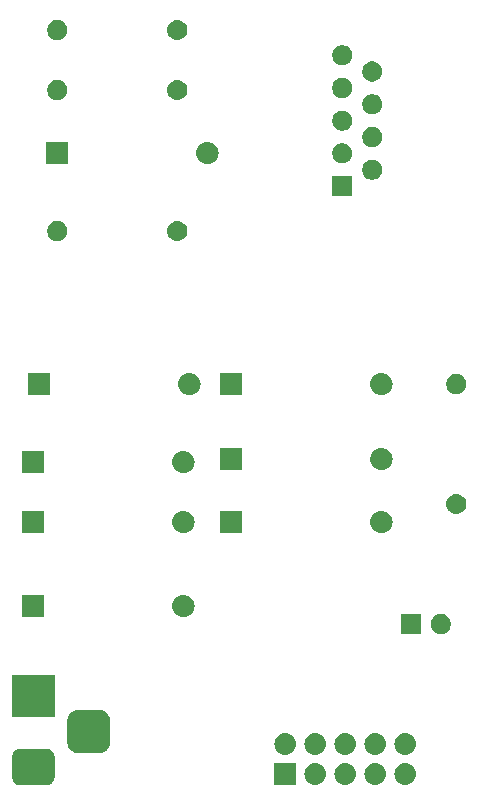
<source format=gbr>
G04 #@! TF.GenerationSoftware,KiCad,Pcbnew,5.1.2-1.fc30*
G04 #@! TF.CreationDate,2019-07-21T03:59:41+02:00*
G04 #@! TF.ProjectId,dasa,64617361-2e6b-4696-9361-645f70636258,rev?*
G04 #@! TF.SameCoordinates,Original*
G04 #@! TF.FileFunction,Soldermask,Top*
G04 #@! TF.FilePolarity,Negative*
%FSLAX46Y46*%
G04 Gerber Fmt 4.6, Leading zero omitted, Abs format (unit mm)*
G04 Created by KiCad (PCBNEW 5.1.2-1.fc30) date 2019-07-21 03:59:41*
%MOMM*%
%LPD*%
G04 APERTURE LIST*
%ADD10C,0.100000*%
G04 APERTURE END LIST*
D10*
G36*
X117050979Y-108349293D02*
G01*
X117184625Y-108389834D01*
X117307784Y-108455664D01*
X117415740Y-108544260D01*
X117504336Y-108652216D01*
X117570166Y-108775375D01*
X117610707Y-108909021D01*
X117625000Y-109054140D01*
X117625000Y-110717860D01*
X117610707Y-110862979D01*
X117570166Y-110996625D01*
X117504336Y-111119784D01*
X117415740Y-111227740D01*
X117307784Y-111316336D01*
X117184625Y-111382166D01*
X117050979Y-111422707D01*
X116905860Y-111437000D01*
X114742140Y-111437000D01*
X114597021Y-111422707D01*
X114463375Y-111382166D01*
X114340216Y-111316336D01*
X114232260Y-111227740D01*
X114143664Y-111119784D01*
X114077834Y-110996625D01*
X114037293Y-110862979D01*
X114023000Y-110717860D01*
X114023000Y-109054140D01*
X114037293Y-108909021D01*
X114077834Y-108775375D01*
X114143664Y-108652216D01*
X114232260Y-108544260D01*
X114340216Y-108455664D01*
X114463375Y-108389834D01*
X114597021Y-108349293D01*
X114742140Y-108335000D01*
X116905860Y-108335000D01*
X117050979Y-108349293D01*
X117050979Y-108349293D01*
G37*
G36*
X147499294Y-109588633D02*
G01*
X147671695Y-109640931D01*
X147830583Y-109725858D01*
X147969849Y-109840151D01*
X148084142Y-109979417D01*
X148169069Y-110138305D01*
X148221367Y-110310706D01*
X148239025Y-110490000D01*
X148221367Y-110669294D01*
X148169069Y-110841695D01*
X148084142Y-111000583D01*
X147969849Y-111139849D01*
X147830583Y-111254142D01*
X147671695Y-111339069D01*
X147499294Y-111391367D01*
X147364931Y-111404600D01*
X147275069Y-111404600D01*
X147140706Y-111391367D01*
X146968305Y-111339069D01*
X146809417Y-111254142D01*
X146670151Y-111139849D01*
X146555858Y-111000583D01*
X146470931Y-110841695D01*
X146418633Y-110669294D01*
X146400975Y-110490000D01*
X146418633Y-110310706D01*
X146470931Y-110138305D01*
X146555858Y-109979417D01*
X146670151Y-109840151D01*
X146809417Y-109725858D01*
X146968305Y-109640931D01*
X147140706Y-109588633D01*
X147275069Y-109575400D01*
X147364931Y-109575400D01*
X147499294Y-109588633D01*
X147499294Y-109588633D01*
G37*
G36*
X138074600Y-111404600D02*
G01*
X136245400Y-111404600D01*
X136245400Y-109575400D01*
X138074600Y-109575400D01*
X138074600Y-111404600D01*
X138074600Y-111404600D01*
G37*
G36*
X139879294Y-109588633D02*
G01*
X140051695Y-109640931D01*
X140210583Y-109725858D01*
X140349849Y-109840151D01*
X140464142Y-109979417D01*
X140549069Y-110138305D01*
X140601367Y-110310706D01*
X140619025Y-110490000D01*
X140601367Y-110669294D01*
X140549069Y-110841695D01*
X140464142Y-111000583D01*
X140349849Y-111139849D01*
X140210583Y-111254142D01*
X140051695Y-111339069D01*
X139879294Y-111391367D01*
X139744931Y-111404600D01*
X139655069Y-111404600D01*
X139520706Y-111391367D01*
X139348305Y-111339069D01*
X139189417Y-111254142D01*
X139050151Y-111139849D01*
X138935858Y-111000583D01*
X138850931Y-110841695D01*
X138798633Y-110669294D01*
X138780975Y-110490000D01*
X138798633Y-110310706D01*
X138850931Y-110138305D01*
X138935858Y-109979417D01*
X139050151Y-109840151D01*
X139189417Y-109725858D01*
X139348305Y-109640931D01*
X139520706Y-109588633D01*
X139655069Y-109575400D01*
X139744931Y-109575400D01*
X139879294Y-109588633D01*
X139879294Y-109588633D01*
G37*
G36*
X144959294Y-109588633D02*
G01*
X145131695Y-109640931D01*
X145290583Y-109725858D01*
X145429849Y-109840151D01*
X145544142Y-109979417D01*
X145629069Y-110138305D01*
X145681367Y-110310706D01*
X145699025Y-110490000D01*
X145681367Y-110669294D01*
X145629069Y-110841695D01*
X145544142Y-111000583D01*
X145429849Y-111139849D01*
X145290583Y-111254142D01*
X145131695Y-111339069D01*
X144959294Y-111391367D01*
X144824931Y-111404600D01*
X144735069Y-111404600D01*
X144600706Y-111391367D01*
X144428305Y-111339069D01*
X144269417Y-111254142D01*
X144130151Y-111139849D01*
X144015858Y-111000583D01*
X143930931Y-110841695D01*
X143878633Y-110669294D01*
X143860975Y-110490000D01*
X143878633Y-110310706D01*
X143930931Y-110138305D01*
X144015858Y-109979417D01*
X144130151Y-109840151D01*
X144269417Y-109725858D01*
X144428305Y-109640931D01*
X144600706Y-109588633D01*
X144735069Y-109575400D01*
X144824931Y-109575400D01*
X144959294Y-109588633D01*
X144959294Y-109588633D01*
G37*
G36*
X142419294Y-109588633D02*
G01*
X142591695Y-109640931D01*
X142750583Y-109725858D01*
X142889849Y-109840151D01*
X143004142Y-109979417D01*
X143089069Y-110138305D01*
X143141367Y-110310706D01*
X143159025Y-110490000D01*
X143141367Y-110669294D01*
X143089069Y-110841695D01*
X143004142Y-111000583D01*
X142889849Y-111139849D01*
X142750583Y-111254142D01*
X142591695Y-111339069D01*
X142419294Y-111391367D01*
X142284931Y-111404600D01*
X142195069Y-111404600D01*
X142060706Y-111391367D01*
X141888305Y-111339069D01*
X141729417Y-111254142D01*
X141590151Y-111139849D01*
X141475858Y-111000583D01*
X141390931Y-110841695D01*
X141338633Y-110669294D01*
X141320975Y-110490000D01*
X141338633Y-110310706D01*
X141390931Y-110138305D01*
X141475858Y-109979417D01*
X141590151Y-109840151D01*
X141729417Y-109725858D01*
X141888305Y-109640931D01*
X142060706Y-109588633D01*
X142195069Y-109575400D01*
X142284931Y-109575400D01*
X142419294Y-109588633D01*
X142419294Y-109588633D01*
G37*
G36*
X142419294Y-107048633D02*
G01*
X142591695Y-107100931D01*
X142750583Y-107185858D01*
X142889849Y-107300151D01*
X143004142Y-107439417D01*
X143089069Y-107598305D01*
X143141367Y-107770706D01*
X143159025Y-107950000D01*
X143141367Y-108129294D01*
X143089069Y-108301695D01*
X143004142Y-108460583D01*
X142889849Y-108599849D01*
X142750583Y-108714142D01*
X142591695Y-108799069D01*
X142419294Y-108851367D01*
X142284931Y-108864600D01*
X142195069Y-108864600D01*
X142060706Y-108851367D01*
X141888305Y-108799069D01*
X141729417Y-108714142D01*
X141590151Y-108599849D01*
X141475858Y-108460583D01*
X141390931Y-108301695D01*
X141338633Y-108129294D01*
X141320975Y-107950000D01*
X141338633Y-107770706D01*
X141390931Y-107598305D01*
X141475858Y-107439417D01*
X141590151Y-107300151D01*
X141729417Y-107185858D01*
X141888305Y-107100931D01*
X142060706Y-107048633D01*
X142195069Y-107035400D01*
X142284931Y-107035400D01*
X142419294Y-107048633D01*
X142419294Y-107048633D01*
G37*
G36*
X139879294Y-107048633D02*
G01*
X140051695Y-107100931D01*
X140210583Y-107185858D01*
X140349849Y-107300151D01*
X140464142Y-107439417D01*
X140549069Y-107598305D01*
X140601367Y-107770706D01*
X140619025Y-107950000D01*
X140601367Y-108129294D01*
X140549069Y-108301695D01*
X140464142Y-108460583D01*
X140349849Y-108599849D01*
X140210583Y-108714142D01*
X140051695Y-108799069D01*
X139879294Y-108851367D01*
X139744931Y-108864600D01*
X139655069Y-108864600D01*
X139520706Y-108851367D01*
X139348305Y-108799069D01*
X139189417Y-108714142D01*
X139050151Y-108599849D01*
X138935858Y-108460583D01*
X138850931Y-108301695D01*
X138798633Y-108129294D01*
X138780975Y-107950000D01*
X138798633Y-107770706D01*
X138850931Y-107598305D01*
X138935858Y-107439417D01*
X139050151Y-107300151D01*
X139189417Y-107185858D01*
X139348305Y-107100931D01*
X139520706Y-107048633D01*
X139655069Y-107035400D01*
X139744931Y-107035400D01*
X139879294Y-107048633D01*
X139879294Y-107048633D01*
G37*
G36*
X137339294Y-107048633D02*
G01*
X137511695Y-107100931D01*
X137670583Y-107185858D01*
X137809849Y-107300151D01*
X137924142Y-107439417D01*
X138009069Y-107598305D01*
X138061367Y-107770706D01*
X138079025Y-107950000D01*
X138061367Y-108129294D01*
X138009069Y-108301695D01*
X137924142Y-108460583D01*
X137809849Y-108599849D01*
X137670583Y-108714142D01*
X137511695Y-108799069D01*
X137339294Y-108851367D01*
X137204931Y-108864600D01*
X137115069Y-108864600D01*
X136980706Y-108851367D01*
X136808305Y-108799069D01*
X136649417Y-108714142D01*
X136510151Y-108599849D01*
X136395858Y-108460583D01*
X136310931Y-108301695D01*
X136258633Y-108129294D01*
X136240975Y-107950000D01*
X136258633Y-107770706D01*
X136310931Y-107598305D01*
X136395858Y-107439417D01*
X136510151Y-107300151D01*
X136649417Y-107185858D01*
X136808305Y-107100931D01*
X136980706Y-107048633D01*
X137115069Y-107035400D01*
X137204931Y-107035400D01*
X137339294Y-107048633D01*
X137339294Y-107048633D01*
G37*
G36*
X144959294Y-107048633D02*
G01*
X145131695Y-107100931D01*
X145290583Y-107185858D01*
X145429849Y-107300151D01*
X145544142Y-107439417D01*
X145629069Y-107598305D01*
X145681367Y-107770706D01*
X145699025Y-107950000D01*
X145681367Y-108129294D01*
X145629069Y-108301695D01*
X145544142Y-108460583D01*
X145429849Y-108599849D01*
X145290583Y-108714142D01*
X145131695Y-108799069D01*
X144959294Y-108851367D01*
X144824931Y-108864600D01*
X144735069Y-108864600D01*
X144600706Y-108851367D01*
X144428305Y-108799069D01*
X144269417Y-108714142D01*
X144130151Y-108599849D01*
X144015858Y-108460583D01*
X143930931Y-108301695D01*
X143878633Y-108129294D01*
X143860975Y-107950000D01*
X143878633Y-107770706D01*
X143930931Y-107598305D01*
X144015858Y-107439417D01*
X144130151Y-107300151D01*
X144269417Y-107185858D01*
X144428305Y-107100931D01*
X144600706Y-107048633D01*
X144735069Y-107035400D01*
X144824931Y-107035400D01*
X144959294Y-107048633D01*
X144959294Y-107048633D01*
G37*
G36*
X147499294Y-107048633D02*
G01*
X147671695Y-107100931D01*
X147830583Y-107185858D01*
X147969849Y-107300151D01*
X148084142Y-107439417D01*
X148169069Y-107598305D01*
X148221367Y-107770706D01*
X148239025Y-107950000D01*
X148221367Y-108129294D01*
X148169069Y-108301695D01*
X148084142Y-108460583D01*
X147969849Y-108599849D01*
X147830583Y-108714142D01*
X147671695Y-108799069D01*
X147499294Y-108851367D01*
X147364931Y-108864600D01*
X147275069Y-108864600D01*
X147140706Y-108851367D01*
X146968305Y-108799069D01*
X146809417Y-108714142D01*
X146670151Y-108599849D01*
X146555858Y-108460583D01*
X146470931Y-108301695D01*
X146418633Y-108129294D01*
X146400975Y-107950000D01*
X146418633Y-107770706D01*
X146470931Y-107598305D01*
X146555858Y-107439417D01*
X146670151Y-107300151D01*
X146809417Y-107185858D01*
X146968305Y-107100931D01*
X147140706Y-107048633D01*
X147275069Y-107035400D01*
X147364931Y-107035400D01*
X147499294Y-107048633D01*
X147499294Y-107048633D01*
G37*
G36*
X121650366Y-105101695D02*
G01*
X121807460Y-105149349D01*
X121952231Y-105226731D01*
X122079128Y-105330872D01*
X122183269Y-105457769D01*
X122260651Y-105602540D01*
X122308305Y-105759634D01*
X122325000Y-105929140D01*
X122325000Y-107842860D01*
X122308305Y-108012366D01*
X122260651Y-108169460D01*
X122183269Y-108314231D01*
X122079128Y-108441128D01*
X121952231Y-108545269D01*
X121807460Y-108622651D01*
X121650366Y-108670305D01*
X121480860Y-108687000D01*
X119567140Y-108687000D01*
X119397634Y-108670305D01*
X119240540Y-108622651D01*
X119095769Y-108545269D01*
X118968872Y-108441128D01*
X118864731Y-108314231D01*
X118787349Y-108169460D01*
X118739695Y-108012366D01*
X118723000Y-107842860D01*
X118723000Y-105929140D01*
X118739695Y-105759634D01*
X118787349Y-105602540D01*
X118864731Y-105457769D01*
X118968872Y-105330872D01*
X119095769Y-105226731D01*
X119240540Y-105149349D01*
X119397634Y-105101695D01*
X119567140Y-105085000D01*
X121480860Y-105085000D01*
X121650366Y-105101695D01*
X121650366Y-105101695D01*
G37*
G36*
X117625000Y-105687000D02*
G01*
X114023000Y-105687000D01*
X114023000Y-102085000D01*
X117625000Y-102085000D01*
X117625000Y-105687000D01*
X117625000Y-105687000D01*
G37*
G36*
X148679000Y-98641000D02*
G01*
X146977000Y-98641000D01*
X146977000Y-96939000D01*
X148679000Y-96939000D01*
X148679000Y-98641000D01*
X148679000Y-98641000D01*
G37*
G36*
X150576228Y-96971703D02*
G01*
X150731100Y-97035853D01*
X150870481Y-97128985D01*
X150989015Y-97247519D01*
X151082147Y-97386900D01*
X151146297Y-97541772D01*
X151179000Y-97706184D01*
X151179000Y-97873816D01*
X151146297Y-98038228D01*
X151082147Y-98193100D01*
X150989015Y-98332481D01*
X150870481Y-98451015D01*
X150731100Y-98544147D01*
X150576228Y-98608297D01*
X150411816Y-98641000D01*
X150244184Y-98641000D01*
X150079772Y-98608297D01*
X149924900Y-98544147D01*
X149785519Y-98451015D01*
X149666985Y-98332481D01*
X149573853Y-98193100D01*
X149509703Y-98038228D01*
X149477000Y-97873816D01*
X149477000Y-97706184D01*
X149509703Y-97541772D01*
X149573853Y-97386900D01*
X149666985Y-97247519D01*
X149785519Y-97128985D01*
X149924900Y-97035853D01*
X150079772Y-96971703D01*
X150244184Y-96939000D01*
X150411816Y-96939000D01*
X150576228Y-96971703D01*
X150576228Y-96971703D01*
G37*
G36*
X116775000Y-97217000D02*
G01*
X114873000Y-97217000D01*
X114873000Y-95315000D01*
X116775000Y-95315000D01*
X116775000Y-97217000D01*
X116775000Y-97217000D01*
G37*
G36*
X128710425Y-95328760D02*
G01*
X128710428Y-95328761D01*
X128710429Y-95328761D01*
X128889693Y-95383140D01*
X128889696Y-95383142D01*
X128889697Y-95383142D01*
X129054903Y-95471446D01*
X129199712Y-95590288D01*
X129318554Y-95735097D01*
X129406858Y-95900303D01*
X129406860Y-95900307D01*
X129461239Y-96079571D01*
X129461240Y-96079575D01*
X129479601Y-96266000D01*
X129461240Y-96452425D01*
X129461239Y-96452428D01*
X129461239Y-96452429D01*
X129406860Y-96631693D01*
X129406858Y-96631696D01*
X129406858Y-96631697D01*
X129318554Y-96796903D01*
X129199712Y-96941712D01*
X129054903Y-97060554D01*
X128889697Y-97148858D01*
X128889693Y-97148860D01*
X128710429Y-97203239D01*
X128710428Y-97203239D01*
X128710425Y-97203240D01*
X128570718Y-97217000D01*
X128477282Y-97217000D01*
X128337575Y-97203240D01*
X128337572Y-97203239D01*
X128337571Y-97203239D01*
X128158307Y-97148860D01*
X128158303Y-97148858D01*
X127993097Y-97060554D01*
X127848288Y-96941712D01*
X127729446Y-96796903D01*
X127641142Y-96631697D01*
X127641142Y-96631696D01*
X127641140Y-96631693D01*
X127586761Y-96452429D01*
X127586761Y-96452428D01*
X127586760Y-96452425D01*
X127568399Y-96266000D01*
X127586760Y-96079575D01*
X127586761Y-96079571D01*
X127641140Y-95900307D01*
X127641142Y-95900303D01*
X127729446Y-95735097D01*
X127848288Y-95590288D01*
X127993097Y-95471446D01*
X128158303Y-95383142D01*
X128158304Y-95383142D01*
X128158307Y-95383140D01*
X128337571Y-95328761D01*
X128337572Y-95328761D01*
X128337575Y-95328760D01*
X128477282Y-95315000D01*
X128570718Y-95315000D01*
X128710425Y-95328760D01*
X128710425Y-95328760D01*
G37*
G36*
X133539000Y-90105000D02*
G01*
X131637000Y-90105000D01*
X131637000Y-88203000D01*
X133539000Y-88203000D01*
X133539000Y-90105000D01*
X133539000Y-90105000D01*
G37*
G36*
X145474425Y-88216760D02*
G01*
X145474428Y-88216761D01*
X145474429Y-88216761D01*
X145653693Y-88271140D01*
X145653696Y-88271142D01*
X145653697Y-88271142D01*
X145818903Y-88359446D01*
X145963712Y-88478288D01*
X146082554Y-88623097D01*
X146170858Y-88788303D01*
X146170860Y-88788307D01*
X146225239Y-88967571D01*
X146225240Y-88967575D01*
X146243601Y-89154000D01*
X146225240Y-89340425D01*
X146225239Y-89340428D01*
X146225239Y-89340429D01*
X146170860Y-89519693D01*
X146170858Y-89519696D01*
X146170858Y-89519697D01*
X146082554Y-89684903D01*
X145963712Y-89829712D01*
X145818903Y-89948554D01*
X145653697Y-90036858D01*
X145653693Y-90036860D01*
X145474429Y-90091239D01*
X145474428Y-90091239D01*
X145474425Y-90091240D01*
X145334718Y-90105000D01*
X145241282Y-90105000D01*
X145101575Y-90091240D01*
X145101572Y-90091239D01*
X145101571Y-90091239D01*
X144922307Y-90036860D01*
X144922303Y-90036858D01*
X144757097Y-89948554D01*
X144612288Y-89829712D01*
X144493446Y-89684903D01*
X144405142Y-89519697D01*
X144405142Y-89519696D01*
X144405140Y-89519693D01*
X144350761Y-89340429D01*
X144350761Y-89340428D01*
X144350760Y-89340425D01*
X144332399Y-89154000D01*
X144350760Y-88967575D01*
X144350761Y-88967571D01*
X144405140Y-88788307D01*
X144405142Y-88788303D01*
X144493446Y-88623097D01*
X144612288Y-88478288D01*
X144757097Y-88359446D01*
X144922303Y-88271142D01*
X144922304Y-88271142D01*
X144922307Y-88271140D01*
X145101571Y-88216761D01*
X145101572Y-88216761D01*
X145101575Y-88216760D01*
X145241282Y-88203000D01*
X145334718Y-88203000D01*
X145474425Y-88216760D01*
X145474425Y-88216760D01*
G37*
G36*
X116775000Y-90105000D02*
G01*
X114873000Y-90105000D01*
X114873000Y-88203000D01*
X116775000Y-88203000D01*
X116775000Y-90105000D01*
X116775000Y-90105000D01*
G37*
G36*
X128710425Y-88216760D02*
G01*
X128710428Y-88216761D01*
X128710429Y-88216761D01*
X128889693Y-88271140D01*
X128889696Y-88271142D01*
X128889697Y-88271142D01*
X129054903Y-88359446D01*
X129199712Y-88478288D01*
X129318554Y-88623097D01*
X129406858Y-88788303D01*
X129406860Y-88788307D01*
X129461239Y-88967571D01*
X129461240Y-88967575D01*
X129479601Y-89154000D01*
X129461240Y-89340425D01*
X129461239Y-89340428D01*
X129461239Y-89340429D01*
X129406860Y-89519693D01*
X129406858Y-89519696D01*
X129406858Y-89519697D01*
X129318554Y-89684903D01*
X129199712Y-89829712D01*
X129054903Y-89948554D01*
X128889697Y-90036858D01*
X128889693Y-90036860D01*
X128710429Y-90091239D01*
X128710428Y-90091239D01*
X128710425Y-90091240D01*
X128570718Y-90105000D01*
X128477282Y-90105000D01*
X128337575Y-90091240D01*
X128337572Y-90091239D01*
X128337571Y-90091239D01*
X128158307Y-90036860D01*
X128158303Y-90036858D01*
X127993097Y-89948554D01*
X127848288Y-89829712D01*
X127729446Y-89684903D01*
X127641142Y-89519697D01*
X127641142Y-89519696D01*
X127641140Y-89519693D01*
X127586761Y-89340429D01*
X127586761Y-89340428D01*
X127586760Y-89340425D01*
X127568399Y-89154000D01*
X127586760Y-88967575D01*
X127586761Y-88967571D01*
X127641140Y-88788307D01*
X127641142Y-88788303D01*
X127729446Y-88623097D01*
X127848288Y-88478288D01*
X127993097Y-88359446D01*
X128158303Y-88271142D01*
X128158304Y-88271142D01*
X128158307Y-88271140D01*
X128337571Y-88216761D01*
X128337572Y-88216761D01*
X128337575Y-88216760D01*
X128477282Y-88203000D01*
X128570718Y-88203000D01*
X128710425Y-88216760D01*
X128710425Y-88216760D01*
G37*
G36*
X151804823Y-86791313D02*
G01*
X151965242Y-86839976D01*
X152097906Y-86910886D01*
X152113078Y-86918996D01*
X152242659Y-87025341D01*
X152349004Y-87154922D01*
X152349005Y-87154924D01*
X152428024Y-87302758D01*
X152476687Y-87463177D01*
X152493117Y-87630000D01*
X152476687Y-87796823D01*
X152428024Y-87957242D01*
X152357114Y-88089906D01*
X152349004Y-88105078D01*
X152242659Y-88234659D01*
X152113078Y-88341004D01*
X152113076Y-88341005D01*
X151965242Y-88420024D01*
X151804823Y-88468687D01*
X151679804Y-88481000D01*
X151596196Y-88481000D01*
X151471177Y-88468687D01*
X151310758Y-88420024D01*
X151162924Y-88341005D01*
X151162922Y-88341004D01*
X151033341Y-88234659D01*
X150926996Y-88105078D01*
X150918886Y-88089906D01*
X150847976Y-87957242D01*
X150799313Y-87796823D01*
X150782883Y-87630000D01*
X150799313Y-87463177D01*
X150847976Y-87302758D01*
X150926995Y-87154924D01*
X150926996Y-87154922D01*
X151033341Y-87025341D01*
X151162922Y-86918996D01*
X151178094Y-86910886D01*
X151310758Y-86839976D01*
X151471177Y-86791313D01*
X151596196Y-86779000D01*
X151679804Y-86779000D01*
X151804823Y-86791313D01*
X151804823Y-86791313D01*
G37*
G36*
X128710425Y-83136760D02*
G01*
X128710428Y-83136761D01*
X128710429Y-83136761D01*
X128889693Y-83191140D01*
X128889696Y-83191142D01*
X128889697Y-83191142D01*
X129054903Y-83279446D01*
X129199712Y-83398288D01*
X129318554Y-83543097D01*
X129366913Y-83633571D01*
X129406860Y-83708307D01*
X129461239Y-83887571D01*
X129461240Y-83887575D01*
X129479601Y-84074000D01*
X129461240Y-84260425D01*
X129461239Y-84260428D01*
X129461239Y-84260429D01*
X129406860Y-84439693D01*
X129406858Y-84439696D01*
X129406858Y-84439697D01*
X129318554Y-84604903D01*
X129199712Y-84749712D01*
X129054903Y-84868554D01*
X128889697Y-84956858D01*
X128889693Y-84956860D01*
X128710429Y-85011239D01*
X128710428Y-85011239D01*
X128710425Y-85011240D01*
X128570718Y-85025000D01*
X128477282Y-85025000D01*
X128337575Y-85011240D01*
X128337572Y-85011239D01*
X128337571Y-85011239D01*
X128158307Y-84956860D01*
X128158303Y-84956858D01*
X127993097Y-84868554D01*
X127848288Y-84749712D01*
X127729446Y-84604903D01*
X127641142Y-84439697D01*
X127641142Y-84439696D01*
X127641140Y-84439693D01*
X127586761Y-84260429D01*
X127586761Y-84260428D01*
X127586760Y-84260425D01*
X127568399Y-84074000D01*
X127586760Y-83887575D01*
X127586761Y-83887571D01*
X127641140Y-83708307D01*
X127681087Y-83633571D01*
X127729446Y-83543097D01*
X127848288Y-83398288D01*
X127993097Y-83279446D01*
X128158303Y-83191142D01*
X128158304Y-83191142D01*
X128158307Y-83191140D01*
X128337571Y-83136761D01*
X128337572Y-83136761D01*
X128337575Y-83136760D01*
X128477282Y-83123000D01*
X128570718Y-83123000D01*
X128710425Y-83136760D01*
X128710425Y-83136760D01*
G37*
G36*
X116775000Y-85025000D02*
G01*
X114873000Y-85025000D01*
X114873000Y-83123000D01*
X116775000Y-83123000D01*
X116775000Y-85025000D01*
X116775000Y-85025000D01*
G37*
G36*
X133539000Y-84771000D02*
G01*
X131637000Y-84771000D01*
X131637000Y-82869000D01*
X133539000Y-82869000D01*
X133539000Y-84771000D01*
X133539000Y-84771000D01*
G37*
G36*
X145474425Y-82882760D02*
G01*
X145474428Y-82882761D01*
X145474429Y-82882761D01*
X145653693Y-82937140D01*
X145653696Y-82937142D01*
X145653697Y-82937142D01*
X145818903Y-83025446D01*
X145963712Y-83144288D01*
X146082554Y-83289097D01*
X146170858Y-83454303D01*
X146170860Y-83454307D01*
X146197794Y-83543097D01*
X146225240Y-83633575D01*
X146243601Y-83820000D01*
X146225240Y-84006425D01*
X146225239Y-84006428D01*
X146225239Y-84006429D01*
X146170860Y-84185693D01*
X146170858Y-84185696D01*
X146170858Y-84185697D01*
X146082554Y-84350903D01*
X145963712Y-84495712D01*
X145818903Y-84614554D01*
X145653697Y-84702858D01*
X145653693Y-84702860D01*
X145474429Y-84757239D01*
X145474428Y-84757239D01*
X145474425Y-84757240D01*
X145334718Y-84771000D01*
X145241282Y-84771000D01*
X145101575Y-84757240D01*
X145101572Y-84757239D01*
X145101571Y-84757239D01*
X144922307Y-84702860D01*
X144922303Y-84702858D01*
X144757097Y-84614554D01*
X144612288Y-84495712D01*
X144493446Y-84350903D01*
X144405142Y-84185697D01*
X144405142Y-84185696D01*
X144405140Y-84185693D01*
X144350761Y-84006429D01*
X144350761Y-84006428D01*
X144350760Y-84006425D01*
X144332399Y-83820000D01*
X144350760Y-83633575D01*
X144378206Y-83543097D01*
X144405140Y-83454307D01*
X144405142Y-83454303D01*
X144493446Y-83289097D01*
X144612288Y-83144288D01*
X144757097Y-83025446D01*
X144922303Y-82937142D01*
X144922304Y-82937142D01*
X144922307Y-82937140D01*
X145101571Y-82882761D01*
X145101572Y-82882761D01*
X145101575Y-82882760D01*
X145241282Y-82869000D01*
X145334718Y-82869000D01*
X145474425Y-82882760D01*
X145474425Y-82882760D01*
G37*
G36*
X117283000Y-78421000D02*
G01*
X115381000Y-78421000D01*
X115381000Y-76519000D01*
X117283000Y-76519000D01*
X117283000Y-78421000D01*
X117283000Y-78421000D01*
G37*
G36*
X129218425Y-76532760D02*
G01*
X129218428Y-76532761D01*
X129218429Y-76532761D01*
X129397693Y-76587140D01*
X129397696Y-76587142D01*
X129397697Y-76587142D01*
X129562903Y-76675446D01*
X129707712Y-76794288D01*
X129826554Y-76939097D01*
X129894867Y-77066903D01*
X129914860Y-77104307D01*
X129969239Y-77283571D01*
X129969240Y-77283575D01*
X129987601Y-77470000D01*
X129969240Y-77656425D01*
X129969239Y-77656428D01*
X129969239Y-77656429D01*
X129914860Y-77835693D01*
X129914858Y-77835696D01*
X129914858Y-77835697D01*
X129826554Y-78000903D01*
X129707712Y-78145712D01*
X129562903Y-78264554D01*
X129457299Y-78321000D01*
X129397693Y-78352860D01*
X129218429Y-78407239D01*
X129218428Y-78407239D01*
X129218425Y-78407240D01*
X129078718Y-78421000D01*
X128985282Y-78421000D01*
X128845575Y-78407240D01*
X128845572Y-78407239D01*
X128845571Y-78407239D01*
X128666307Y-78352860D01*
X128606701Y-78321000D01*
X128501097Y-78264554D01*
X128356288Y-78145712D01*
X128237446Y-78000903D01*
X128149142Y-77835697D01*
X128149142Y-77835696D01*
X128149140Y-77835693D01*
X128094761Y-77656429D01*
X128094761Y-77656428D01*
X128094760Y-77656425D01*
X128076399Y-77470000D01*
X128094760Y-77283575D01*
X128094761Y-77283571D01*
X128149140Y-77104307D01*
X128169133Y-77066903D01*
X128237446Y-76939097D01*
X128356288Y-76794288D01*
X128501097Y-76675446D01*
X128666303Y-76587142D01*
X128666304Y-76587142D01*
X128666307Y-76587140D01*
X128845571Y-76532761D01*
X128845572Y-76532761D01*
X128845575Y-76532760D01*
X128985282Y-76519000D01*
X129078718Y-76519000D01*
X129218425Y-76532760D01*
X129218425Y-76532760D01*
G37*
G36*
X145474425Y-76532760D02*
G01*
X145474428Y-76532761D01*
X145474429Y-76532761D01*
X145653693Y-76587140D01*
X145653696Y-76587142D01*
X145653697Y-76587142D01*
X145818903Y-76675446D01*
X145963712Y-76794288D01*
X146082554Y-76939097D01*
X146150867Y-77066903D01*
X146170860Y-77104307D01*
X146225239Y-77283571D01*
X146225240Y-77283575D01*
X146243601Y-77470000D01*
X146225240Y-77656425D01*
X146225239Y-77656428D01*
X146225239Y-77656429D01*
X146170860Y-77835693D01*
X146170858Y-77835696D01*
X146170858Y-77835697D01*
X146082554Y-78000903D01*
X145963712Y-78145712D01*
X145818903Y-78264554D01*
X145713299Y-78321000D01*
X145653693Y-78352860D01*
X145474429Y-78407239D01*
X145474428Y-78407239D01*
X145474425Y-78407240D01*
X145334718Y-78421000D01*
X145241282Y-78421000D01*
X145101575Y-78407240D01*
X145101572Y-78407239D01*
X145101571Y-78407239D01*
X144922307Y-78352860D01*
X144862701Y-78321000D01*
X144757097Y-78264554D01*
X144612288Y-78145712D01*
X144493446Y-78000903D01*
X144405142Y-77835697D01*
X144405142Y-77835696D01*
X144405140Y-77835693D01*
X144350761Y-77656429D01*
X144350761Y-77656428D01*
X144350760Y-77656425D01*
X144332399Y-77470000D01*
X144350760Y-77283575D01*
X144350761Y-77283571D01*
X144405140Y-77104307D01*
X144425133Y-77066903D01*
X144493446Y-76939097D01*
X144612288Y-76794288D01*
X144757097Y-76675446D01*
X144922303Y-76587142D01*
X144922304Y-76587142D01*
X144922307Y-76587140D01*
X145101571Y-76532761D01*
X145101572Y-76532761D01*
X145101575Y-76532760D01*
X145241282Y-76519000D01*
X145334718Y-76519000D01*
X145474425Y-76532760D01*
X145474425Y-76532760D01*
G37*
G36*
X133539000Y-78421000D02*
G01*
X131637000Y-78421000D01*
X131637000Y-76519000D01*
X133539000Y-76519000D01*
X133539000Y-78421000D01*
X133539000Y-78421000D01*
G37*
G36*
X151886228Y-76651703D02*
G01*
X152041100Y-76715853D01*
X152180481Y-76808985D01*
X152299015Y-76927519D01*
X152392147Y-77066900D01*
X152456297Y-77221772D01*
X152489000Y-77386184D01*
X152489000Y-77553816D01*
X152456297Y-77718228D01*
X152392147Y-77873100D01*
X152299015Y-78012481D01*
X152180481Y-78131015D01*
X152041100Y-78224147D01*
X151886228Y-78288297D01*
X151721816Y-78321000D01*
X151554184Y-78321000D01*
X151389772Y-78288297D01*
X151234900Y-78224147D01*
X151095519Y-78131015D01*
X150976985Y-78012481D01*
X150883853Y-77873100D01*
X150819703Y-77718228D01*
X150787000Y-77553816D01*
X150787000Y-77386184D01*
X150819703Y-77221772D01*
X150883853Y-77066900D01*
X150976985Y-76927519D01*
X151095519Y-76808985D01*
X151234900Y-76715853D01*
X151389772Y-76651703D01*
X151554184Y-76619000D01*
X151721816Y-76619000D01*
X151886228Y-76651703D01*
X151886228Y-76651703D01*
G37*
G36*
X118104228Y-63697703D02*
G01*
X118259100Y-63761853D01*
X118398481Y-63854985D01*
X118517015Y-63973519D01*
X118610147Y-64112900D01*
X118674297Y-64267772D01*
X118707000Y-64432184D01*
X118707000Y-64599816D01*
X118674297Y-64764228D01*
X118610147Y-64919100D01*
X118517015Y-65058481D01*
X118398481Y-65177015D01*
X118259100Y-65270147D01*
X118104228Y-65334297D01*
X117939816Y-65367000D01*
X117772184Y-65367000D01*
X117607772Y-65334297D01*
X117452900Y-65270147D01*
X117313519Y-65177015D01*
X117194985Y-65058481D01*
X117101853Y-64919100D01*
X117037703Y-64764228D01*
X117005000Y-64599816D01*
X117005000Y-64432184D01*
X117037703Y-64267772D01*
X117101853Y-64112900D01*
X117194985Y-63973519D01*
X117313519Y-63854985D01*
X117452900Y-63761853D01*
X117607772Y-63697703D01*
X117772184Y-63665000D01*
X117939816Y-63665000D01*
X118104228Y-63697703D01*
X118104228Y-63697703D01*
G37*
G36*
X128182823Y-63677313D02*
G01*
X128343242Y-63725976D01*
X128410361Y-63761852D01*
X128491078Y-63804996D01*
X128620659Y-63911341D01*
X128727004Y-64040922D01*
X128727005Y-64040924D01*
X128806024Y-64188758D01*
X128854687Y-64349177D01*
X128871117Y-64516000D01*
X128854687Y-64682823D01*
X128806024Y-64843242D01*
X128765477Y-64919100D01*
X128727004Y-64991078D01*
X128620659Y-65120659D01*
X128491078Y-65227004D01*
X128491076Y-65227005D01*
X128343242Y-65306024D01*
X128182823Y-65354687D01*
X128057804Y-65367000D01*
X127974196Y-65367000D01*
X127849177Y-65354687D01*
X127688758Y-65306024D01*
X127540924Y-65227005D01*
X127540922Y-65227004D01*
X127411341Y-65120659D01*
X127304996Y-64991078D01*
X127266523Y-64919100D01*
X127225976Y-64843242D01*
X127177313Y-64682823D01*
X127160883Y-64516000D01*
X127177313Y-64349177D01*
X127225976Y-64188758D01*
X127304995Y-64040924D01*
X127304996Y-64040922D01*
X127411341Y-63911341D01*
X127540922Y-63804996D01*
X127621639Y-63761852D01*
X127688758Y-63725976D01*
X127849177Y-63677313D01*
X127974196Y-63665000D01*
X128057804Y-63665000D01*
X128182823Y-63677313D01*
X128182823Y-63677313D01*
G37*
G36*
X142837000Y-61557000D02*
G01*
X141135000Y-61557000D01*
X141135000Y-59855000D01*
X142837000Y-59855000D01*
X142837000Y-61557000D01*
X142837000Y-61557000D01*
G37*
G36*
X144774228Y-58502703D02*
G01*
X144929100Y-58566853D01*
X145068481Y-58659985D01*
X145187015Y-58778519D01*
X145280147Y-58917900D01*
X145344297Y-59072772D01*
X145377000Y-59237184D01*
X145377000Y-59404816D01*
X145344297Y-59569228D01*
X145280147Y-59724100D01*
X145187015Y-59863481D01*
X145068481Y-59982015D01*
X144929100Y-60075147D01*
X144774228Y-60139297D01*
X144609816Y-60172000D01*
X144442184Y-60172000D01*
X144277772Y-60139297D01*
X144122900Y-60075147D01*
X143983519Y-59982015D01*
X143864985Y-59863481D01*
X143771853Y-59724100D01*
X143707703Y-59569228D01*
X143675000Y-59404816D01*
X143675000Y-59237184D01*
X143707703Y-59072772D01*
X143771853Y-58917900D01*
X143864985Y-58778519D01*
X143983519Y-58659985D01*
X144122900Y-58566853D01*
X144277772Y-58502703D01*
X144442184Y-58470000D01*
X144609816Y-58470000D01*
X144774228Y-58502703D01*
X144774228Y-58502703D01*
G37*
G36*
X130742425Y-56974760D02*
G01*
X130742428Y-56974761D01*
X130742429Y-56974761D01*
X130921693Y-57029140D01*
X130921696Y-57029142D01*
X130921697Y-57029142D01*
X131086903Y-57117446D01*
X131231712Y-57236288D01*
X131350554Y-57381097D01*
X131438858Y-57546303D01*
X131438860Y-57546307D01*
X131493239Y-57725571D01*
X131493240Y-57725575D01*
X131511601Y-57912000D01*
X131493240Y-58098425D01*
X131493239Y-58098428D01*
X131493239Y-58098429D01*
X131438860Y-58277693D01*
X131438858Y-58277696D01*
X131438858Y-58277697D01*
X131350554Y-58442903D01*
X131231712Y-58587712D01*
X131086903Y-58706554D01*
X130952265Y-58778519D01*
X130921693Y-58794860D01*
X130742429Y-58849239D01*
X130742428Y-58849239D01*
X130742425Y-58849240D01*
X130602718Y-58863000D01*
X130509282Y-58863000D01*
X130369575Y-58849240D01*
X130369572Y-58849239D01*
X130369571Y-58849239D01*
X130190307Y-58794860D01*
X130159735Y-58778519D01*
X130025097Y-58706554D01*
X129880288Y-58587712D01*
X129761446Y-58442903D01*
X129673142Y-58277697D01*
X129673142Y-58277696D01*
X129673140Y-58277693D01*
X129618761Y-58098429D01*
X129618761Y-58098428D01*
X129618760Y-58098425D01*
X129600399Y-57912000D01*
X129618760Y-57725575D01*
X129618761Y-57725571D01*
X129673140Y-57546307D01*
X129673142Y-57546303D01*
X129761446Y-57381097D01*
X129880288Y-57236288D01*
X130025097Y-57117446D01*
X130190303Y-57029142D01*
X130190304Y-57029142D01*
X130190307Y-57029140D01*
X130369571Y-56974761D01*
X130369572Y-56974761D01*
X130369575Y-56974760D01*
X130509282Y-56961000D01*
X130602718Y-56961000D01*
X130742425Y-56974760D01*
X130742425Y-56974760D01*
G37*
G36*
X118807000Y-58863000D02*
G01*
X116905000Y-58863000D01*
X116905000Y-56961000D01*
X118807000Y-56961000D01*
X118807000Y-58863000D01*
X118807000Y-58863000D01*
G37*
G36*
X142234228Y-57117703D02*
G01*
X142389100Y-57181853D01*
X142528481Y-57274985D01*
X142647015Y-57393519D01*
X142740147Y-57532900D01*
X142804297Y-57687772D01*
X142837000Y-57852184D01*
X142837000Y-58019816D01*
X142804297Y-58184228D01*
X142740147Y-58339100D01*
X142647015Y-58478481D01*
X142528481Y-58597015D01*
X142389100Y-58690147D01*
X142234228Y-58754297D01*
X142069816Y-58787000D01*
X141902184Y-58787000D01*
X141737772Y-58754297D01*
X141582900Y-58690147D01*
X141443519Y-58597015D01*
X141324985Y-58478481D01*
X141231853Y-58339100D01*
X141167703Y-58184228D01*
X141135000Y-58019816D01*
X141135000Y-57852184D01*
X141167703Y-57687772D01*
X141231853Y-57532900D01*
X141324985Y-57393519D01*
X141443519Y-57274985D01*
X141582900Y-57181853D01*
X141737772Y-57117703D01*
X141902184Y-57085000D01*
X142069816Y-57085000D01*
X142234228Y-57117703D01*
X142234228Y-57117703D01*
G37*
G36*
X144774228Y-55732703D02*
G01*
X144929100Y-55796853D01*
X145068481Y-55889985D01*
X145187015Y-56008519D01*
X145280147Y-56147900D01*
X145344297Y-56302772D01*
X145377000Y-56467184D01*
X145377000Y-56634816D01*
X145344297Y-56799228D01*
X145280147Y-56954100D01*
X145187015Y-57093481D01*
X145068481Y-57212015D01*
X144929100Y-57305147D01*
X144774228Y-57369297D01*
X144609816Y-57402000D01*
X144442184Y-57402000D01*
X144277772Y-57369297D01*
X144122900Y-57305147D01*
X143983519Y-57212015D01*
X143864985Y-57093481D01*
X143771853Y-56954100D01*
X143707703Y-56799228D01*
X143675000Y-56634816D01*
X143675000Y-56467184D01*
X143707703Y-56302772D01*
X143771853Y-56147900D01*
X143864985Y-56008519D01*
X143983519Y-55889985D01*
X144122900Y-55796853D01*
X144277772Y-55732703D01*
X144442184Y-55700000D01*
X144609816Y-55700000D01*
X144774228Y-55732703D01*
X144774228Y-55732703D01*
G37*
G36*
X142234228Y-54347703D02*
G01*
X142389100Y-54411853D01*
X142528481Y-54504985D01*
X142647015Y-54623519D01*
X142740147Y-54762900D01*
X142804297Y-54917772D01*
X142837000Y-55082184D01*
X142837000Y-55249816D01*
X142804297Y-55414228D01*
X142740147Y-55569100D01*
X142647015Y-55708481D01*
X142528481Y-55827015D01*
X142389100Y-55920147D01*
X142234228Y-55984297D01*
X142069816Y-56017000D01*
X141902184Y-56017000D01*
X141737772Y-55984297D01*
X141582900Y-55920147D01*
X141443519Y-55827015D01*
X141324985Y-55708481D01*
X141231853Y-55569100D01*
X141167703Y-55414228D01*
X141135000Y-55249816D01*
X141135000Y-55082184D01*
X141167703Y-54917772D01*
X141231853Y-54762900D01*
X141324985Y-54623519D01*
X141443519Y-54504985D01*
X141582900Y-54411853D01*
X141737772Y-54347703D01*
X141902184Y-54315000D01*
X142069816Y-54315000D01*
X142234228Y-54347703D01*
X142234228Y-54347703D01*
G37*
G36*
X144774228Y-52962703D02*
G01*
X144929100Y-53026853D01*
X145068481Y-53119985D01*
X145187015Y-53238519D01*
X145280147Y-53377900D01*
X145344297Y-53532772D01*
X145377000Y-53697184D01*
X145377000Y-53864816D01*
X145344297Y-54029228D01*
X145280147Y-54184100D01*
X145187015Y-54323481D01*
X145068481Y-54442015D01*
X144929100Y-54535147D01*
X144774228Y-54599297D01*
X144609816Y-54632000D01*
X144442184Y-54632000D01*
X144277772Y-54599297D01*
X144122900Y-54535147D01*
X143983519Y-54442015D01*
X143864985Y-54323481D01*
X143771853Y-54184100D01*
X143707703Y-54029228D01*
X143675000Y-53864816D01*
X143675000Y-53697184D01*
X143707703Y-53532772D01*
X143771853Y-53377900D01*
X143864985Y-53238519D01*
X143983519Y-53119985D01*
X144122900Y-53026853D01*
X144277772Y-52962703D01*
X144442184Y-52930000D01*
X144609816Y-52930000D01*
X144774228Y-52962703D01*
X144774228Y-52962703D01*
G37*
G36*
X128182823Y-51739313D02*
G01*
X128343242Y-51787976D01*
X128410361Y-51823852D01*
X128491078Y-51866996D01*
X128620659Y-51973341D01*
X128727004Y-52102922D01*
X128727005Y-52102924D01*
X128806024Y-52250758D01*
X128854687Y-52411177D01*
X128871117Y-52578000D01*
X128854687Y-52744823D01*
X128806024Y-52905242D01*
X128765477Y-52981100D01*
X128727004Y-53053078D01*
X128620659Y-53182659D01*
X128491078Y-53289004D01*
X128491076Y-53289005D01*
X128343242Y-53368024D01*
X128182823Y-53416687D01*
X128057804Y-53429000D01*
X127974196Y-53429000D01*
X127849177Y-53416687D01*
X127688758Y-53368024D01*
X127540924Y-53289005D01*
X127540922Y-53289004D01*
X127411341Y-53182659D01*
X127304996Y-53053078D01*
X127266523Y-52981100D01*
X127225976Y-52905242D01*
X127177313Y-52744823D01*
X127160883Y-52578000D01*
X127177313Y-52411177D01*
X127225976Y-52250758D01*
X127304995Y-52102924D01*
X127304996Y-52102922D01*
X127411341Y-51973341D01*
X127540922Y-51866996D01*
X127621639Y-51823852D01*
X127688758Y-51787976D01*
X127849177Y-51739313D01*
X127974196Y-51727000D01*
X128057804Y-51727000D01*
X128182823Y-51739313D01*
X128182823Y-51739313D01*
G37*
G36*
X118104228Y-51759703D02*
G01*
X118259100Y-51823853D01*
X118398481Y-51916985D01*
X118517015Y-52035519D01*
X118610147Y-52174900D01*
X118674297Y-52329772D01*
X118707000Y-52494184D01*
X118707000Y-52661816D01*
X118674297Y-52826228D01*
X118610147Y-52981100D01*
X118517015Y-53120481D01*
X118398481Y-53239015D01*
X118259100Y-53332147D01*
X118104228Y-53396297D01*
X117939816Y-53429000D01*
X117772184Y-53429000D01*
X117607772Y-53396297D01*
X117452900Y-53332147D01*
X117313519Y-53239015D01*
X117194985Y-53120481D01*
X117101853Y-52981100D01*
X117037703Y-52826228D01*
X117005000Y-52661816D01*
X117005000Y-52494184D01*
X117037703Y-52329772D01*
X117101853Y-52174900D01*
X117194985Y-52035519D01*
X117313519Y-51916985D01*
X117452900Y-51823853D01*
X117607772Y-51759703D01*
X117772184Y-51727000D01*
X117939816Y-51727000D01*
X118104228Y-51759703D01*
X118104228Y-51759703D01*
G37*
G36*
X142234228Y-51577703D02*
G01*
X142389100Y-51641853D01*
X142528481Y-51734985D01*
X142647015Y-51853519D01*
X142740147Y-51992900D01*
X142804297Y-52147772D01*
X142837000Y-52312184D01*
X142837000Y-52479816D01*
X142804297Y-52644228D01*
X142740147Y-52799100D01*
X142647015Y-52938481D01*
X142528481Y-53057015D01*
X142389100Y-53150147D01*
X142234228Y-53214297D01*
X142069816Y-53247000D01*
X141902184Y-53247000D01*
X141737772Y-53214297D01*
X141582900Y-53150147D01*
X141443519Y-53057015D01*
X141324985Y-52938481D01*
X141231853Y-52799100D01*
X141167703Y-52644228D01*
X141135000Y-52479816D01*
X141135000Y-52312184D01*
X141167703Y-52147772D01*
X141231853Y-51992900D01*
X141324985Y-51853519D01*
X141443519Y-51734985D01*
X141582900Y-51641853D01*
X141737772Y-51577703D01*
X141902184Y-51545000D01*
X142069816Y-51545000D01*
X142234228Y-51577703D01*
X142234228Y-51577703D01*
G37*
G36*
X144774228Y-50192703D02*
G01*
X144929100Y-50256853D01*
X145068481Y-50349985D01*
X145187015Y-50468519D01*
X145280147Y-50607900D01*
X145344297Y-50762772D01*
X145377000Y-50927184D01*
X145377000Y-51094816D01*
X145344297Y-51259228D01*
X145280147Y-51414100D01*
X145187015Y-51553481D01*
X145068481Y-51672015D01*
X144929100Y-51765147D01*
X144774228Y-51829297D01*
X144609816Y-51862000D01*
X144442184Y-51862000D01*
X144277772Y-51829297D01*
X144122900Y-51765147D01*
X143983519Y-51672015D01*
X143864985Y-51553481D01*
X143771853Y-51414100D01*
X143707703Y-51259228D01*
X143675000Y-51094816D01*
X143675000Y-50927184D01*
X143707703Y-50762772D01*
X143771853Y-50607900D01*
X143864985Y-50468519D01*
X143983519Y-50349985D01*
X144122900Y-50256853D01*
X144277772Y-50192703D01*
X144442184Y-50160000D01*
X144609816Y-50160000D01*
X144774228Y-50192703D01*
X144774228Y-50192703D01*
G37*
G36*
X142234228Y-48807703D02*
G01*
X142389100Y-48871853D01*
X142528481Y-48964985D01*
X142647015Y-49083519D01*
X142740147Y-49222900D01*
X142804297Y-49377772D01*
X142837000Y-49542184D01*
X142837000Y-49709816D01*
X142804297Y-49874228D01*
X142740147Y-50029100D01*
X142647015Y-50168481D01*
X142528481Y-50287015D01*
X142389100Y-50380147D01*
X142234228Y-50444297D01*
X142069816Y-50477000D01*
X141902184Y-50477000D01*
X141737772Y-50444297D01*
X141582900Y-50380147D01*
X141443519Y-50287015D01*
X141324985Y-50168481D01*
X141231853Y-50029100D01*
X141167703Y-49874228D01*
X141135000Y-49709816D01*
X141135000Y-49542184D01*
X141167703Y-49377772D01*
X141231853Y-49222900D01*
X141324985Y-49083519D01*
X141443519Y-48964985D01*
X141582900Y-48871853D01*
X141737772Y-48807703D01*
X141902184Y-48775000D01*
X142069816Y-48775000D01*
X142234228Y-48807703D01*
X142234228Y-48807703D01*
G37*
G36*
X118104228Y-46679703D02*
G01*
X118259100Y-46743853D01*
X118398481Y-46836985D01*
X118517015Y-46955519D01*
X118610147Y-47094900D01*
X118674297Y-47249772D01*
X118707000Y-47414184D01*
X118707000Y-47581816D01*
X118674297Y-47746228D01*
X118610147Y-47901100D01*
X118517015Y-48040481D01*
X118398481Y-48159015D01*
X118259100Y-48252147D01*
X118104228Y-48316297D01*
X117939816Y-48349000D01*
X117772184Y-48349000D01*
X117607772Y-48316297D01*
X117452900Y-48252147D01*
X117313519Y-48159015D01*
X117194985Y-48040481D01*
X117101853Y-47901100D01*
X117037703Y-47746228D01*
X117005000Y-47581816D01*
X117005000Y-47414184D01*
X117037703Y-47249772D01*
X117101853Y-47094900D01*
X117194985Y-46955519D01*
X117313519Y-46836985D01*
X117452900Y-46743853D01*
X117607772Y-46679703D01*
X117772184Y-46647000D01*
X117939816Y-46647000D01*
X118104228Y-46679703D01*
X118104228Y-46679703D01*
G37*
G36*
X128182823Y-46659313D02*
G01*
X128343242Y-46707976D01*
X128410361Y-46743852D01*
X128491078Y-46786996D01*
X128620659Y-46893341D01*
X128727004Y-47022922D01*
X128727005Y-47022924D01*
X128806024Y-47170758D01*
X128854687Y-47331177D01*
X128871117Y-47498000D01*
X128854687Y-47664823D01*
X128806024Y-47825242D01*
X128765477Y-47901100D01*
X128727004Y-47973078D01*
X128620659Y-48102659D01*
X128491078Y-48209004D01*
X128491076Y-48209005D01*
X128343242Y-48288024D01*
X128182823Y-48336687D01*
X128057804Y-48349000D01*
X127974196Y-48349000D01*
X127849177Y-48336687D01*
X127688758Y-48288024D01*
X127540924Y-48209005D01*
X127540922Y-48209004D01*
X127411341Y-48102659D01*
X127304996Y-47973078D01*
X127266523Y-47901100D01*
X127225976Y-47825242D01*
X127177313Y-47664823D01*
X127160883Y-47498000D01*
X127177313Y-47331177D01*
X127225976Y-47170758D01*
X127304995Y-47022924D01*
X127304996Y-47022922D01*
X127411341Y-46893341D01*
X127540922Y-46786996D01*
X127621639Y-46743852D01*
X127688758Y-46707976D01*
X127849177Y-46659313D01*
X127974196Y-46647000D01*
X128057804Y-46647000D01*
X128182823Y-46659313D01*
X128182823Y-46659313D01*
G37*
M02*

</source>
